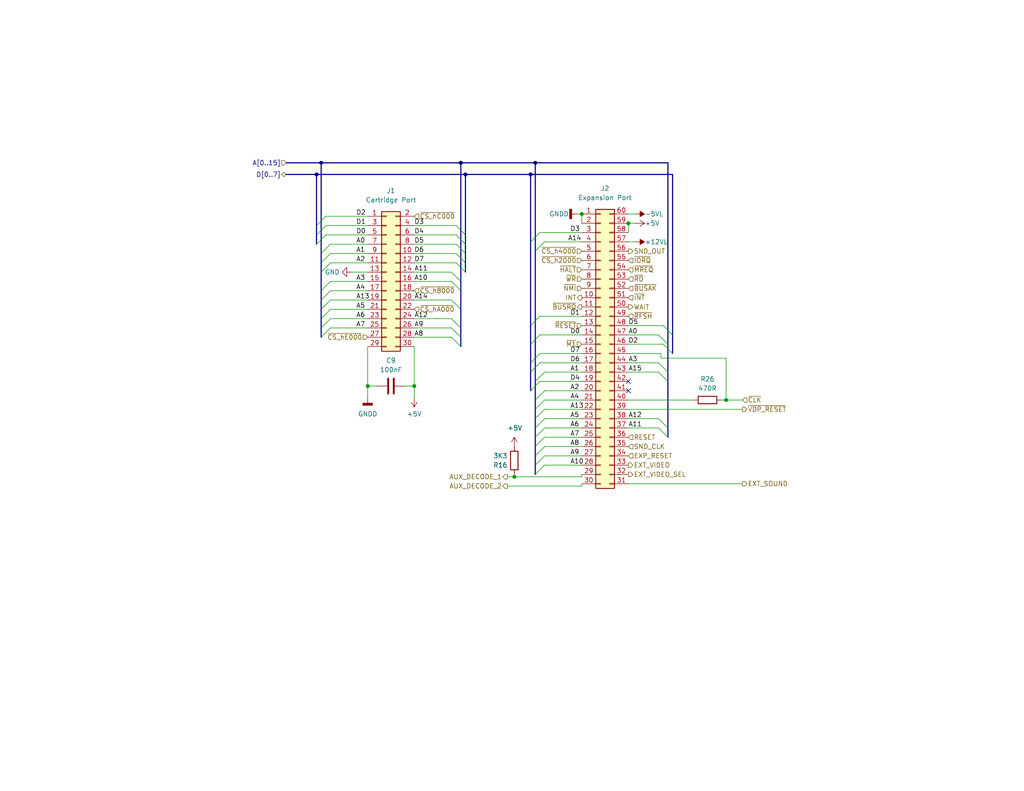
<source format=kicad_sch>
(kicad_sch (version 20230121) (generator eeschema)
  (paper "USLetter")
  (title_block (title "Righteous Tentacle, Colecovision Reverse Engineering Project") (date "2023-06-18") (rev "1.0.0.F") (company "sparkletron") (comment 1 "Jay Convertino") (comment 2 "MIT LICENSE") (comment 3 "PCB: 75743 REV F"))
  (lib_symbols
    (symbol "Connector_Generic:Conn_02x15_Odd_Even" (pin_names (offset 1.016) hide)
      (property "Reference" "J" (at 1.27 20.32 0))
      (property "Value" "Conn_02x15_Odd_Even" (at 1.27 -20.32 0))
      (symbol "Conn_02x15_Odd_Even_1_1"
        (rectangle (start -1.27 -17.653) (end 0 -17.907) (stroke (width 0.1524)))
        (rectangle (start -1.27 -15.113) (end 0 -15.367) (stroke (width 0.1524)))
        (rectangle (start -1.27 -12.573) (end 0 -12.827) (stroke (width 0.1524)))
        (rectangle (start -1.27 -10.033) (end 0 -10.287) (stroke (width 0.1524)))
        (rectangle (start -1.27 -7.493) (end 0 -7.747) (stroke (width 0.1524)))
        (rectangle (start -1.27 -4.953) (end 0 -5.207) (stroke (width 0.1524)))
        (rectangle (start -1.27 -2.413) (end 0 -2.667) (stroke (width 0.1524)))
        (rectangle (start -1.27 0.127) (end 0 -0.127) (stroke (width 0.1524)))
        (rectangle (start -1.27 2.667) (end 0 2.413) (stroke (width 0.1524)))
        (rectangle (start -1.27 5.207) (end 0 4.953) (stroke (width 0.1524)))
        (rectangle (start -1.27 7.747) (end 0 7.493) (stroke (width 0.1524)))
        (rectangle (start -1.27 10.287) (end 0 10.033) (stroke (width 0.1524)))
        (rectangle (start -1.27 12.827) (end 0 12.573) (stroke (width 0.1524)))
        (rectangle (start -1.27 15.367) (end 0 15.113) (stroke (width 0.1524)))
        (rectangle (start -1.27 17.907) (end 0 17.653) (stroke (width 0.1524)))
        (rectangle (start -1.27 19.05) (end 3.81 -19.05) (stroke (width 0.254)) (fill (type background)))
        (rectangle (start 3.81 -17.653) (end 2.54 -17.907) (stroke (width 0.1524)))
        (rectangle (start 3.81 -15.113) (end 2.54 -15.367) (stroke (width 0.1524)))
        (rectangle (start 3.81 -12.573) (end 2.54 -12.827) (stroke (width 0.1524)))
        (rectangle (start 3.81 -10.033) (end 2.54 -10.287) (stroke (width 0.1524)))
        (rectangle (start 3.81 -7.493) (end 2.54 -7.747) (stroke (width 0.1524)))
        (rectangle (start 3.81 -4.953) (end 2.54 -5.207) (stroke (width 0.1524)))
        (rectangle (start 3.81 -2.413) (end 2.54 -2.667) (stroke (width 0.1524)))
        (rectangle (start 3.81 0.127) (end 2.54 -0.127) (stroke (width 0.1524)))
        (rectangle (start 3.81 2.667) (end 2.54 2.413) (stroke (width 0.1524)))
        (rectangle (start 3.81 5.207) (end 2.54 4.953) (stroke (width 0.1524)))
        (rectangle (start 3.81 7.747) (end 2.54 7.493) (stroke (width 0.1524)))
        (rectangle (start 3.81 10.287) (end 2.54 10.033) (stroke (width 0.1524)))
        (rectangle (start 3.81 12.827) (end 2.54 12.573) (stroke (width 0.1524)))
        (rectangle (start 3.81 15.367) (end 2.54 15.113) (stroke (width 0.1524)))
        (rectangle (start 3.81 17.907) (end 2.54 17.653) (stroke (width 0.1524)))
        (pin passive line (at -5.08 17.78 0) (length 3.81) (name "Pin_1") (number "1"))
        (pin passive line (at 7.62 7.62 180) (length 3.81) (name "Pin_10") (number "10"))
        (pin passive line (at -5.08 5.08 0) (length 3.81) (name "Pin_11") (number "11"))
        (pin passive line (at 7.62 5.08 180) (length 3.81) (name "Pin_12") (number "12"))
        (pin passive line (at -5.08 2.54 0) (length 3.81) (name "Pin_13") (number "13"))
        (pin passive line (at 7.62 2.54 180) (length 3.81) (name "Pin_14") (number "14"))
        (pin passive line (at -5.08 0 0) (length 3.81) (name "Pin_15") (number "15"))
        (pin passive line (at 7.62 0 180) (length 3.81) (name "Pin_16") (number "16"))
        (pin passive line (at -5.08 -2.54 0) (length 3.81) (name "Pin_17") (number "17"))
        (pin passive line (at 7.62 -2.54 180) (length 3.81) (name "Pin_18") (number "18"))
        (pin passive line (at -5.08 -5.08 0) (length 3.81) (name "Pin_19") (number "19"))
        (pin passive line (at 7.62 17.78 180) (length 3.81) (name "Pin_2") (number "2"))
        (pin passive line (at 7.62 -5.08 180) (length 3.81) (name "Pin_20") (number "20"))
        (pin passive line (at -5.08 -7.62 0) (length 3.81) (name "Pin_21") (number "21"))
        (pin passive line (at 7.62 -7.62 180) (length 3.81) (name "Pin_22") (number "22"))
        (pin passive line (at -5.08 -10.16 0) (length 3.81) (name "Pin_23") (number "23"))
        (pin passive line (at 7.62 -10.16 180) (length 3.81) (name "Pin_24") (number "24"))
        (pin passive line (at -5.08 -12.7 0) (length 3.81) (name "Pin_25") (number "25"))
        (pin passive line (at 7.62 -12.7 180) (length 3.81) (name "Pin_26") (number "26"))
        (pin passive line (at -5.08 -15.24 0) (length 3.81) (name "Pin_27") (number "27"))
        (pin passive line (at 7.62 -15.24 180) (length 3.81) (name "Pin_28") (number "28"))
        (pin passive line (at -5.08 -17.78 0) (length 3.81) (name "Pin_29") (number "29"))
        (pin passive line (at -5.08 15.24 0) (length 3.81) (name "Pin_3") (number "3"))
        (pin passive line (at 7.62 -17.78 180) (length 3.81) (name "Pin_30") (number "30"))
        (pin passive line (at 7.62 15.24 180) (length 3.81) (name "Pin_4") (number "4"))
        (pin passive line (at -5.08 12.7 0) (length 3.81) (name "Pin_5") (number "5"))
        (pin passive line (at 7.62 12.7 180) (length 3.81) (name "Pin_6") (number "6"))
        (pin passive line (at -5.08 10.16 0) (length 3.81) (name "Pin_7") (number "7"))
        (pin passive line (at 7.62 10.16 180) (length 3.81) (name "Pin_8") (number "8"))
        (pin passive line (at -5.08 7.62 0) (length 3.81) (name "Pin_9") (number "9"))
      )
    )
    (symbol "Connector_Generic:Conn_02x30_Counter_Clockwise" (pin_names (offset 1.016) hide)
      (property "Reference" "J" (at 1.27 38.1 0))
      (property "Value" "Conn_02x30_Counter_Clockwise" (at 1.27 -40.64 0))
      (symbol "Conn_02x30_Counter_Clockwise_1_1"
        (rectangle (start -1.27 -37.973) (end 0 -38.227) (stroke (width 0.1524)))
        (rectangle (start -1.27 -35.433) (end 0 -35.687) (stroke (width 0.1524)))
        (rectangle (start -1.27 -32.893) (end 0 -33.147) (stroke (width 0.1524)))
        (rectangle (start -1.27 -30.353) (end 0 -30.607) (stroke (width 0.1524)))
        (rectangle (start -1.27 -27.813) (end 0 -28.067) (stroke (width 0.1524)))
        (rectangle (start -1.27 -25.273) (end 0 -25.527) (stroke (width 0.1524)))
        (rectangle (start -1.27 -22.733) (end 0 -22.987) (stroke (width 0.1524)))
        (rectangle (start -1.27 -20.193) (end 0 -20.447) (stroke (width 0.1524)))
        (rectangle (start -1.27 -17.653) (end 0 -17.907) (stroke (width 0.1524)))
        (rectangle (start -1.27 -15.113) (end 0 -15.367) (stroke (width 0.1524)))
        (rectangle (start -1.27 -12.573) (end 0 -12.827) (stroke (width 0.1524)))
        (rectangle (start -1.27 -10.033) (end 0 -10.287) (stroke (width 0.1524)))
        (rectangle (start -1.27 -7.493) (end 0 -7.747) (stroke (width 0.1524)))
        (rectangle (start -1.27 -4.953) (end 0 -5.207) (stroke (width 0.1524)))
        (rectangle (start -1.27 -2.413) (end 0 -2.667) (stroke (width 0.1524)))
        (rectangle (start -1.27 0.127) (end 0 -0.127) (stroke (width 0.1524)))
        (rectangle (start -1.27 2.667) (end 0 2.413) (stroke (width 0.1524)))
        (rectangle (start -1.27 5.207) (end 0 4.953) (stroke (width 0.1524)))
        (rectangle (start -1.27 7.747) (end 0 7.493) (stroke (width 0.1524)))
        (rectangle (start -1.27 10.287) (end 0 10.033) (stroke (width 0.1524)))
        (rectangle (start -1.27 12.827) (end 0 12.573) (stroke (width 0.1524)))
        (rectangle (start -1.27 15.367) (end 0 15.113) (stroke (width 0.1524)))
        (rectangle (start -1.27 17.907) (end 0 17.653) (stroke (width 0.1524)))
        (rectangle (start -1.27 20.447) (end 0 20.193) (stroke (width 0.1524)))
        (rectangle (start -1.27 22.987) (end 0 22.733) (stroke (width 0.1524)))
        (rectangle (start -1.27 25.527) (end 0 25.273) (stroke (width 0.1524)))
        (rectangle (start -1.27 28.067) (end 0 27.813) (stroke (width 0.1524)))
        (rectangle (start -1.27 30.607) (end 0 30.353) (stroke (width 0.1524)))
        (rectangle (start -1.27 33.147) (end 0 32.893) (stroke (width 0.1524)))
        (rectangle (start -1.27 35.687) (end 0 35.433) (stroke (width 0.1524)))
        (rectangle (start -1.27 36.83) (end 3.81 -39.37) (stroke (width 0.254)) (fill (type background)))
        (rectangle (start 3.81 -37.973) (end 2.54 -38.227) (stroke (width 0.1524)))
        (rectangle (start 3.81 -35.433) (end 2.54 -35.687) (stroke (width 0.1524)))
        (rectangle (start 3.81 -32.893) (end 2.54 -33.147) (stroke (width 0.1524)))
        (rectangle (start 3.81 -30.353) (end 2.54 -30.607) (stroke (width 0.1524)))
        (rectangle (start 3.81 -27.813) (end 2.54 -28.067) (stroke (width 0.1524)))
        (rectangle (start 3.81 -25.273) (end 2.54 -25.527) (stroke (width 0.1524)))
        (rectangle (start 3.81 -22.733) (end 2.54 -22.987) (stroke (width 0.1524)))
        (rectangle (start 3.81 -20.193) (end 2.54 -20.447) (stroke (width 0.1524)))
        (rectangle (start 3.81 -17.653) (end 2.54 -17.907) (stroke (width 0.1524)))
        (rectangle (start 3.81 -15.113) (end 2.54 -15.367) (stroke (width 0.1524)))
        (rectangle (start 3.81 -12.573) (end 2.54 -12.827) (stroke (width 0.1524)))
        (rectangle (start 3.81 -10.033) (end 2.54 -10.287) (stroke (width 0.1524)))
        (rectangle (start 3.81 -7.493) (end 2.54 -7.747) (stroke (width 0.1524)))
        (rectangle (start 3.81 -4.953) (end 2.54 -5.207) (stroke (width 0.1524)))
        (rectangle (start 3.81 -2.413) (end 2.54 -2.667) (stroke (width 0.1524)))
        (rectangle (start 3.81 0.127) (end 2.54 -0.127) (stroke (width 0.1524)))
        (rectangle (start 3.81 2.667) (end 2.54 2.413) (stroke (width 0.1524)))
        (rectangle (start 3.81 5.207) (end 2.54 4.953) (stroke (width 0.1524)))
        (rectangle (start 3.81 7.747) (end 2.54 7.493) (stroke (width 0.1524)))
        (rectangle (start 3.81 10.287) (end 2.54 10.033) (stroke (width 0.1524)))
        (rectangle (start 3.81 12.827) (end 2.54 12.573) (stroke (width 0.1524)))
        (rectangle (start 3.81 15.367) (end 2.54 15.113) (stroke (width 0.1524)))
        (rectangle (start 3.81 17.907) (end 2.54 17.653) (stroke (width 0.1524)))
        (rectangle (start 3.81 20.447) (end 2.54 20.193) (stroke (width 0.1524)))
        (rectangle (start 3.81 22.987) (end 2.54 22.733) (stroke (width 0.1524)))
        (rectangle (start 3.81 25.527) (end 2.54 25.273) (stroke (width 0.1524)))
        (rectangle (start 3.81 28.067) (end 2.54 27.813) (stroke (width 0.1524)))
        (rectangle (start 3.81 30.607) (end 2.54 30.353) (stroke (width 0.1524)))
        (rectangle (start 3.81 33.147) (end 2.54 32.893) (stroke (width 0.1524)))
        (rectangle (start 3.81 35.687) (end 2.54 35.433) (stroke (width 0.1524)))
        (pin passive line (at -5.08 35.56 0) (length 3.81) (name "Pin_1") (number "1"))
        (pin passive line (at -5.08 12.7 0) (length 3.81) (name "Pin_10") (number "10"))
        (pin passive line (at -5.08 10.16 0) (length 3.81) (name "Pin_11") (number "11"))
        (pin passive line (at -5.08 7.62 0) (length 3.81) (name "Pin_12") (number "12"))
        (pin passive line (at -5.08 5.08 0) (length 3.81) (name "Pin_13") (number "13"))
        (pin passive line (at -5.08 2.54 0) (length 3.81) (name "Pin_14") (number "14"))
        (pin passive line (at -5.08 0 0) (length 3.81) (name "Pin_15") (number "15"))
        (pin passive line (at -5.08 -2.54 0) (length 3.81) (name "Pin_16") (number "16"))
        (pin passive line (at -5.08 -5.08 0) (length 3.81) (name "Pin_17") (number "17"))
        (pin passive line (at -5.08 -7.62 0) (length 3.81) (name "Pin_18") (number "18"))
        (pin passive line (at -5.08 -10.16 0) (length 3.81) (name "Pin_19") (number "19"))
        (pin passive line (at -5.08 33.02 0) (length 3.81) (name "Pin_2") (number "2"))
        (pin passive line (at -5.08 -12.7 0) (length 3.81) (name "Pin_20") (number "20"))
        (pin passive line (at -5.08 -15.24 0) (length 3.81) (name "Pin_21") (number "21"))
        (pin passive line (at -5.08 -17.78 0) (length 3.81) (name "Pin_22") (number "22"))
        (pin passive line (at -5.08 -20.32 0) (length 3.81) (name "Pin_23") (number "23"))
        (pin passive line (at -5.08 -22.86 0) (length 3.81) (name "Pin_24") (number "24"))
        (pin passive line (at -5.08 -25.4 0) (length 3.81) (name "Pin_25") (number "25"))
        (pin passive line (at -5.08 -27.94 0) (length 3.81) (name "Pin_26") (number "26"))
        (pin passive line (at -5.08 -30.48 0) (length 3.81) (name "Pin_27") (number "27"))
        (pin passive line (at -5.08 -33.02 0) (length 3.81) (name "Pin_28") (number "28"))
        (pin passive line (at -5.08 -35.56 0) (length 3.81) (name "Pin_29") (number "29"))
        (pin passive line (at -5.08 30.48 0) (length 3.81) (name "Pin_3") (number "3"))
        (pin passive line (at -5.08 -38.1 0) (length 3.81) (name "Pin_30") (number "30"))
        (pin passive line (at 7.62 -38.1 180) (length 3.81) (name "Pin_31") (number "31"))
        (pin passive line (at 7.62 -35.56 180) (length 3.81) (name "Pin_32") (number "32"))
        (pin passive line (at 7.62 -33.02 180) (length 3.81) (name "Pin_33") (number "33"))
        (pin passive line (at 7.62 -30.48 180) (length 3.81) (name "Pin_34") (number "34"))
        (pin passive line (at 7.62 -27.94 180) (length 3.81) (name "Pin_35") (number "35"))
        (pin passive line (at 7.62 -25.4 180) (length 3.81) (name "Pin_36") (number "36"))
        (pin passive line (at 7.62 -22.86 180) (length 3.81) (name "Pin_37") (number "37"))
        (pin passive line (at 7.62 -20.32 180) (length 3.81) (name "Pin_38") (number "38"))
        (pin passive line (at 7.62 -17.78 180) (length 3.81) (name "Pin_39") (number "39"))
        (pin passive line (at -5.08 27.94 0) (length 3.81) (name "Pin_4") (number "4"))
        (pin passive line (at 7.62 -15.24 180) (length 3.81) (name "Pin_40") (number "40"))
        (pin passive line (at 7.62 -12.7 180) (length 3.81) (name "Pin_41") (number "41"))
        (pin passive line (at 7.62 -10.16 180) (length 3.81) (name "Pin_42") (number "42"))
        (pin passive line (at 7.62 -7.62 180) (length 3.81) (name "Pin_43") (number "43"))
        (pin passive line (at 7.62 -5.08 180) (length 3.81) (name "Pin_44") (number "44"))
        (pin passive line (at 7.62 -2.54 180) (length 3.81) (name "Pin_45") (number "45"))
        (pin passive line (at 7.62 0 180) (length 3.81) (name "Pin_46") (number "46"))
        (pin passive line (at 7.62 2.54 180) (length 3.81) (name "Pin_47") (number "47"))
        (pin passive line (at 7.62 5.08 180) (length 3.81) (name "Pin_48") (number "48"))
        (pin passive line (at 7.62 7.62 180) (length 3.81) (name "Pin_49") (number "49"))
        (pin passive line (at -5.08 25.4 0) (length 3.81) (name "Pin_5") (number "5"))
        (pin passive line (at 7.62 10.16 180) (length 3.81) (name "Pin_50") (number "50"))
        (pin passive line (at 7.62 12.7 180) (length 3.81) (name "Pin_51") (number "51"))
        (pin passive line (at 7.62 15.24 180) (length 3.81) (name "Pin_52") (number "52"))
        (pin passive line (at 7.62 17.78 180) (length 3.81) (name "Pin_53") (number "53"))
        (pin passive line (at 7.62 20.32 180) (length 3.81) (name "Pin_54") (number "54"))
        (pin passive line (at 7.62 22.86 180) (length 3.81) (name "Pin_55") (number "55"))
        (pin passive line (at 7.62 25.4 180) (length 3.81) (name "Pin_56") (number "56"))
        (pin passive line (at 7.62 27.94 180) (length 3.81) (name "Pin_57") (number "57"))
        (pin passive line (at 7.62 30.48 180) (length 3.81) (name "Pin_58") (number "58"))
        (pin passive line (at 7.62 33.02 180) (length 3.81) (name "Pin_59") (number "59"))
        (pin passive line (at -5.08 22.86 0) (length 3.81) (name "Pin_6") (number "6"))
        (pin passive line (at 7.62 35.56 180) (length 3.81) (name "Pin_60") (number "60"))
        (pin passive line (at -5.08 20.32 0) (length 3.81) (name "Pin_7") (number "7"))
        (pin passive line (at -5.08 17.78 0) (length 3.81) (name "Pin_8") (number "8"))
        (pin passive line (at -5.08 15.24 0) (length 3.81) (name "Pin_9") (number "9"))
      )
    )
    (symbol "Device:C" (pin_numbers hide) (pin_names (offset 0.254))
      (property "Reference" "C" (at 0.635 2.54 0))
      (property "Value" "C" (at 0.635 -2.54 0))
      (symbol "C_0_1"
        (polyline (pts (xy -2.032 -0.762) (xy 2.032 -0.762)) (stroke (width 0.508)))
        (polyline (pts (xy -2.032 0.762) (xy 2.032 0.762)) (stroke (width 0.508)))
      )
      (symbol "C_1_1"
        (pin passive line (at 0 3.81 270) (length 2.794) (name "~") (number "1"))
        (pin passive line (at 0 -3.81 90) (length 2.794) (name "~") (number "2"))
      )
    )
    (symbol "Device:R" (pin_numbers hide) (pin_names (offset 0))
      (property "Reference" "R" (at 2.032 0 90))
      (property "Value" "R" (at 0 0 90))
      (symbol "R_0_1"
        (rectangle (start -1.016 -2.54) (end 1.016 2.54) (stroke (width 0.254)))
      )
      (symbol "R_1_1"
        (pin passive line (at 0 3.81 270) (length 1.27) (name "~") (number "1"))
        (pin passive line (at 0 -3.81 90) (length 1.27) (name "~") (number "2"))
      )
    )
    (symbol "Power_Symbols:+12VL" (power) (pin_names (offset 0))
      (property "Value" "+12VL" (at 0 3.81 0))
      (symbol "+12VL_0_0"
        (pin power_in line (at 0 0 90) (length 0) hide (name "+12VL") (number "1"))
      )
      (symbol "+12VL_0_1"
        (polyline (pts (xy 0 0) (xy 0 1.27) (xy 0.762 1.27) (xy 0 2.54) (xy -0.762 1.27) (xy 0 1.27)) (fill (type outline)))
      )
    )
    (symbol "Power_Symbols:-5VL" (power) (pin_names (offset 0))
      (property "Value" "-5VL" (at 0 3.81 0))
      (symbol "-5VL_0_0"
        (pin power_in line (at 0 0 90) (length 0) hide (name "-5VL") (number "1"))
      )
      (symbol "-5VL_0_1"
        (polyline (pts (xy 0 0) (xy 0 1.27) (xy 0.762 1.27) (xy 0 2.54) (xy -0.762 1.27) (xy 0 1.27)) (fill (type outline)))
      )
    )
    (symbol "power:+5V" (power) (pin_names (offset 0))
      (property "Value" "+5V" (at 0 3.556 0))
      (symbol "+5V_0_1"
        (polyline (pts (xy -0.762 1.27) (xy 0 2.54)))
        (polyline (pts (xy 0 0) (xy 0 2.54)))
        (polyline (pts (xy 0 2.54) (xy 0.762 1.27)))
      )
      (symbol "+5V_1_1"
        (pin power_in line (at 0 0 90) (length 0) hide (name "+5V") (number "1"))
      )
    )
    (symbol "power:GND" (power) (pin_names (offset 0))
      (property "Value" "GND" (at 0 -3.81 0))
      (symbol "GND_0_1"
        (polyline (pts (xy 0 0) (xy 0 -1.27) (xy 1.27 -1.27) (xy 0 -2.54) (xy -1.27 -1.27) (xy 0 -1.27)))
      )
      (symbol "GND_1_1"
        (pin power_in line (at 0 0 270) (length 0) hide (name "GND") (number "1"))
      )
    )
    (symbol "power:GNDD" (power) (pin_names (offset 0))
      (property "Value" "GNDD" (at 0 -3.175 0))
      (symbol "GNDD_0_1"
        (rectangle (start -1.27 -1.524) (end 1.27 -2.032) (stroke (width 0.254)) (fill (type outline)))
        (polyline (pts (xy 0 0) (xy 0 -1.524)))
      )
      (symbol "GNDD_1_1"
        (pin power_in line (at 0 0 270) (length 0) hide (name "GNDD") (number "1"))
      )
    )
  )
  (junction (at 198.12 109.22))
  (junction (at 171.45 60.96))
  (junction (at 144.78 47.625))
  (junction (at 113.03 105.41))
  (junction (at 100.33 105.41))
  (junction (at 140.335 130.175))
  (junction (at 158.75 58.42))
  (junction (at 87.63 44.45))
  (junction (at 127 47.625))
  (junction (at 146.05 44.45))
  (junction (at 86.36 47.625))
  (junction (at 125.73 44.45))
  (no_connect (at 171.45 104.14))
  (no_connect (at 171.45 106.68))
  (bus_entry (at 86.36 66.675) (size 2.54 -2.54))
  (bus_entry (at 180.975 88.9) (size 2.54 2.54))
  (bus_entry (at 147.32 91.44) (size -2.54 2.54))
  (bus_entry (at 146.05 104.14) (size 2.54 -2.54))
  (bus_entry (at 146.05 127) (size 2.54 -2.54))
  (bus_entry (at 87.63 79.375) (size 2.54 -2.54))
  (bus_entry (at 180.975 93.98) (size 2.54 2.54))
  (bus_entry (at 179.705 99.06) (size 2.54 2.54))
  (bus_entry (at 124.46 61.595) (size 2.54 2.54))
  (bus_entry (at 123.19 76.835) (size 2.54 2.54))
  (bus_entry (at 87.63 69.215) (size 2.54 -2.54))
  (bus_entry (at 144.78 101.6) (size 2.54 -2.54))
  (bus_entry (at 86.36 61.595) (size 2.54 -2.54))
  (bus_entry (at 146.05 121.92) (size 2.54 -2.54))
  (bus_entry (at 146.05 124.46) (size 2.54 -2.54))
  (bus_entry (at 87.63 74.295) (size 2.54 -2.54))
  (bus_entry (at 124.46 64.135) (size 2.54 2.54))
  (bus_entry (at 146.05 114.3) (size 2.54 -2.54))
  (bus_entry (at 179.705 114.3) (size 2.54 2.54))
  (bus_entry (at 87.63 86.995) (size 2.54 -2.54))
  (bus_entry (at 123.19 74.295) (size 2.54 2.54))
  (bus_entry (at 146.05 116.84) (size 2.54 -2.54))
  (bus_entry (at 144.78 66.04) (size 2.54 -2.54))
  (bus_entry (at 179.705 91.44) (size 2.54 2.54))
  (bus_entry (at 123.19 92.075) (size 2.54 2.54))
  (bus_entry (at 179.705 101.6) (size 2.54 2.54))
  (bus_entry (at 124.46 66.675) (size 2.54 2.54))
  (bus_entry (at 123.19 86.995) (size 2.54 2.54))
  (bus_entry (at 124.46 71.755) (size 2.54 2.54))
  (bus_entry (at 87.63 81.915) (size 2.54 -2.54))
  (bus_entry (at 123.19 81.915) (size 2.54 2.54))
  (bus_entry (at 144.78 99.06) (size 2.54 -2.54))
  (bus_entry (at 87.63 84.455) (size 2.54 -2.54))
  (bus_entry (at 144.78 88.9) (size 2.54 -2.54))
  (bus_entry (at 146.05 109.22) (size 2.54 -2.54))
  (bus_entry (at 87.63 71.755) (size 2.54 -2.54))
  (bus_entry (at 146.05 111.76) (size 2.54 -2.54))
  (bus_entry (at 146.05 129.54) (size 2.54 -2.54))
  (bus_entry (at 146.05 119.38) (size 2.54 -2.54))
  (bus_entry (at 124.46 69.215) (size 2.54 2.54))
  (bus_entry (at 144.78 106.68) (size 2.54 -2.54))
  (bus_entry (at 123.19 89.535) (size 2.54 2.54))
  (bus_entry (at 179.705 116.84) (size 2.54 2.54))
  (bus_entry (at 86.36 64.135) (size 2.54 -2.54))
  (bus_entry (at 87.63 89.535) (size 2.54 -2.54))
  (bus_entry (at 146.05 68.58) (size 2.54 -2.54))
  (bus_entry (at 87.63 92.075) (size 2.54 -2.54))
  (wire (pts (xy 148.59 66.04) (xy 158.75 66.04)))
  (bus (pts (xy 144.78 99.06) (xy 144.78 101.6)))
  (bus (pts (xy 125.73 84.455) (xy 125.73 89.535)))
  (wire (pts (xy 147.32 99.06) (xy 158.75 99.06)))
  (bus (pts (xy 87.63 86.995) (xy 87.63 89.535)))
  (bus (pts (xy 87.63 84.455) (xy 87.63 86.995)))
  (wire (pts (xy 158.75 129.54) (xy 158.75 130.175)))
  (wire (pts (xy 90.17 69.215) (xy 100.33 69.215)))
  (wire (pts (xy 148.59 109.22) (xy 158.75 109.22)))
  (bus (pts (xy 78.105 47.625) (xy 86.36 47.625)))
  (bus (pts (xy 86.36 47.625) (xy 127 47.625)))
  (bus (pts (xy 144.78 47.625) (xy 144.78 66.04)))
  (wire (pts (xy 148.59 121.92) (xy 158.75 121.92)))
  (wire (pts (xy 173.355 66.04) (xy 171.45 66.04)))
  (wire (pts (xy 147.32 63.5) (xy 158.75 63.5)))
  (bus (pts (xy 146.05 44.45) (xy 182.245 44.45)))
  (bus (pts (xy 182.245 116.84) (xy 182.245 119.38)))
  (bus (pts (xy 144.78 93.98) (xy 144.78 99.06)))
  (bus (pts (xy 127 64.135) (xy 127 66.675)))
  (bus (pts (xy 182.245 101.6) (xy 182.245 104.14)))
  (bus (pts (xy 146.05 124.46) (xy 146.05 127)))
  (bus (pts (xy 146.05 116.84) (xy 146.05 119.38)))
  (wire (pts (xy 147.32 91.44) (xy 158.75 91.44)))
  (wire (pts (xy 171.45 60.96) (xy 171.45 63.5)))
  (wire (pts (xy 113.03 89.535) (xy 123.19 89.535)))
  (bus (pts (xy 125.73 44.45) (xy 125.73 76.835)))
  (wire (pts (xy 171.45 96.52) (xy 180.34 96.52)))
  (wire (pts (xy 113.03 71.755) (xy 124.46 71.755)))
  (wire (pts (xy 147.32 96.52) (xy 158.75 96.52)))
  (bus (pts (xy 125.73 89.535) (xy 125.73 92.075)))
  (wire (pts (xy 147.32 104.14) (xy 158.75 104.14)))
  (wire (pts (xy 100.33 105.41) (xy 100.33 94.615)))
  (bus (pts (xy 86.36 64.135) (xy 86.36 66.675)))
  (wire (pts (xy 113.03 81.915) (xy 123.19 81.915)))
  (wire (pts (xy 90.17 84.455) (xy 100.33 84.455)))
  (bus (pts (xy 87.63 79.375) (xy 87.63 81.915)))
  (wire (pts (xy 171.45 101.6) (xy 179.705 101.6)))
  (bus (pts (xy 86.36 61.595) (xy 86.36 64.135)))
  (bus (pts (xy 182.245 44.45) (xy 182.245 93.98)))
  (bus (pts (xy 87.63 71.755) (xy 87.63 74.295)))
  (bus (pts (xy 144.78 47.625) (xy 183.515 47.625)))
  (wire (pts (xy 88.9 59.055) (xy 100.33 59.055)))
  (wire (pts (xy 148.59 119.38) (xy 158.75 119.38)))
  (wire (pts (xy 138.43 132.715) (xy 158.75 132.715)))
  (bus (pts (xy 144.78 101.6) (xy 144.78 106.68)))
  (wire (pts (xy 198.12 109.22) (xy 198.12 97.79)))
  (bus (pts (xy 127 47.625) (xy 127 64.135)))
  (wire (pts (xy 113.03 76.835) (xy 123.19 76.835)))
  (wire (pts (xy 198.12 109.22) (xy 202.565 109.22)))
  (bus (pts (xy 78.105 44.45) (xy 87.63 44.45)))
  (wire (pts (xy 113.03 108.585) (xy 113.03 105.41)))
  (wire (pts (xy 171.45 109.22) (xy 189.23 109.22)))
  (wire (pts (xy 202.565 111.76) (xy 171.45 111.76)))
  (wire (pts (xy 90.17 71.755) (xy 100.33 71.755)))
  (bus (pts (xy 146.05 119.38) (xy 146.05 121.92)))
  (wire (pts (xy 100.33 105.41) (xy 102.87 105.41)))
  (wire (pts (xy 180.34 96.52) (xy 180.34 97.79)))
  (bus (pts (xy 125.73 79.375) (xy 125.73 84.455)))
  (bus (pts (xy 87.63 44.45) (xy 87.63 69.215)))
  (wire (pts (xy 88.9 64.135) (xy 100.33 64.135)))
  (wire (pts (xy 100.33 108.585) (xy 100.33 105.41)))
  (bus (pts (xy 144.78 88.9) (xy 144.78 93.98)))
  (wire (pts (xy 113.03 69.215) (xy 124.46 69.215)))
  (bus (pts (xy 146.05 127) (xy 146.05 129.54)))
  (bus (pts (xy 183.515 47.625) (xy 183.515 91.44)))
  (bus (pts (xy 87.63 69.215) (xy 87.63 71.755)))
  (bus (pts (xy 125.73 44.45) (xy 146.05 44.45)))
  (bus (pts (xy 125.73 92.075) (xy 125.73 94.615)))
  (wire (pts (xy 171.45 99.06) (xy 179.705 99.06)))
  (bus (pts (xy 127 66.675) (xy 127 69.215)))
  (bus (pts (xy 87.63 74.295) (xy 87.63 79.375)))
  (wire (pts (xy 90.17 86.995) (xy 100.33 86.995)))
  (wire (pts (xy 196.85 109.22) (xy 198.12 109.22)))
  (wire (pts (xy 148.59 106.68) (xy 158.75 106.68)))
  (wire (pts (xy 100.33 74.295) (xy 95.885 74.295)))
  (wire (pts (xy 90.17 76.835) (xy 100.33 76.835)))
  (wire (pts (xy 110.49 105.41) (xy 113.03 105.41)))
  (bus (pts (xy 182.245 104.14) (xy 182.245 116.84)))
  (wire (pts (xy 113.03 105.41) (xy 113.03 94.615)))
  (bus (pts (xy 182.245 93.98) (xy 182.245 101.6)))
  (wire (pts (xy 148.59 127) (xy 158.75 127)))
  (bus (pts (xy 144.78 66.04) (xy 144.78 88.9)))
  (bus (pts (xy 146.05 68.58) (xy 146.05 104.14)))
  (wire (pts (xy 148.59 101.6) (xy 158.75 101.6)))
  (wire (pts (xy 90.17 66.675) (xy 100.33 66.675)))
  (bus (pts (xy 146.05 121.92) (xy 146.05 124.46)))
  (wire (pts (xy 148.59 124.46) (xy 158.75 124.46)))
  (wire (pts (xy 171.45 88.9) (xy 180.975 88.9)))
  (wire (pts (xy 113.03 74.295) (xy 123.19 74.295)))
  (wire (pts (xy 90.17 81.915) (xy 100.33 81.915)))
  (wire (pts (xy 148.59 114.3) (xy 158.75 114.3)))
  (wire (pts (xy 113.03 61.595) (xy 124.46 61.595)))
  (bus (pts (xy 146.05 104.14) (xy 146.05 109.22)))
  (wire (pts (xy 171.45 91.44) (xy 179.705 91.44)))
  (wire (pts (xy 140.335 129.54) (xy 140.335 130.175)))
  (wire (pts (xy 180.34 97.79) (xy 198.12 97.79)))
  (wire (pts (xy 171.45 114.3) (xy 179.705 114.3)))
  (bus (pts (xy 87.63 44.45) (xy 125.73 44.45)))
  (wire (pts (xy 113.03 92.075) (xy 123.19 92.075)))
  (wire (pts (xy 113.03 64.135) (xy 124.46 64.135)))
  (wire (pts (xy 157.48 58.42) (xy 158.75 58.42)))
  (wire (pts (xy 171.45 58.42) (xy 173.355 58.42)))
  (bus (pts (xy 146.05 114.3) (xy 146.05 116.84)))
  (bus (pts (xy 127 71.755) (xy 127 74.295)))
  (wire (pts (xy 148.59 116.84) (xy 158.75 116.84)))
  (wire (pts (xy 140.335 130.175) (xy 158.75 130.175)))
  (bus (pts (xy 146.05 109.22) (xy 146.05 111.76)))
  (wire (pts (xy 171.45 116.84) (xy 179.705 116.84)))
  (wire (pts (xy 138.43 130.175) (xy 140.335 130.175)))
  (bus (pts (xy 87.63 89.535) (xy 87.63 92.075)))
  (wire (pts (xy 88.9 61.595) (xy 100.33 61.595)))
  (bus (pts (xy 183.515 91.44) (xy 183.515 96.52)))
  (wire (pts (xy 147.32 86.36) (xy 158.75 86.36)))
  (wire (pts (xy 148.59 111.76) (xy 158.75 111.76)))
  (bus (pts (xy 146.05 44.45) (xy 146.05 68.58)))
  (wire (pts (xy 113.03 86.995) (xy 123.19 86.995)))
  (wire (pts (xy 158.75 58.42) (xy 158.75 60.96)))
  (wire (pts (xy 171.45 93.98) (xy 180.975 93.98)))
  (wire (pts (xy 171.45 60.96) (xy 173.355 60.96)))
  (bus (pts (xy 127 47.625) (xy 144.78 47.625)))
  (wire (pts (xy 90.17 89.535) (xy 100.33 89.535)))
  (bus (pts (xy 86.36 47.625) (xy 86.36 61.595)))
  (bus (pts (xy 87.63 81.915) (xy 87.63 84.455)))
  (bus (pts (xy 125.73 76.835) (xy 125.73 79.375)))
  (wire (pts (xy 171.45 132.08) (xy 202.565 132.08)))
  (wire (pts (xy 90.17 79.375) (xy 100.33 79.375)))
  (wire (pts (xy 113.03 66.675) (xy 124.46 66.675)))
  (wire (pts (xy 158.75 132.715) (xy 158.75 132.08)))
  (bus (pts (xy 127 69.215) (xy 127 71.755)))
  (bus (pts (xy 146.05 111.76) (xy 146.05 114.3)))
  (label "A9" (at 113.03 89.535 0))
  (label "A8" (at 155.575 121.92 0))
  (label "A4" (at 155.575 109.22 0))
  (label "A4" (at 97.155 79.375 0))
  (label "A0" (at 171.45 91.44 0))
  (label "D2" (at 171.45 93.98 0))
  (label "A6" (at 97.155 86.995 0))
  (label "A8" (at 113.03 92.075 0))
  (label "A10" (at 155.575 127 0))
  (label "A3" (at 97.155 76.835 0))
  (label "A5" (at 97.155 84.455 0))
  (label "A6" (at 155.575 116.84 0))
  (label "A11" (at 171.45 116.84 0))
  (label "D2" (at 97.155 59.055 0))
  (label "A12" (at 171.45 114.3 0))
  (label "A7" (at 97.155 89.535 0))
  (label "D7" (at 113.03 71.755 0))
  (label "D4" (at 155.575 104.14 0))
  (label "D0" (at 155.575 91.44 0))
  (label "D1" (at 97.155 61.595 0))
  (label "A14" (at 154.94 66.04 0))
  (label "D4" (at 113.03 64.135 0))
  (label "D5" (at 113.03 66.675 0))
  (label "D0" (at 97.155 64.135 0))
  (label "A1" (at 97.155 69.215 0))
  (label "A15" (at 171.45 101.6 0))
  (label "A13" (at 155.575 111.76 0))
  (label "A11" (at 113.03 74.295 0))
  (label "D7" (at 155.575 96.52 0))
  (label "A9" (at 155.575 124.46 0))
  (label "D3" (at 113.03 61.595 0))
  (label "A14" (at 113.03 81.915 0))
  (label "D6" (at 155.575 99.06 0))
  (label "A10" (at 113.03 76.835 0))
  (label "A2" (at 97.155 71.755 0))
  (label "D6" (at 113.03 69.215 0))
  (label "A2" (at 155.575 106.68 0))
  (label "A12" (at 113.03 86.995 0))
  (label "A13" (at 97.155 81.915 0))
  (label "A0" (at 97.155 66.675 0))
  (label "D3" (at 155.575 63.5 0))
  (label "A5" (at 155.575 114.3 0))
  (label "A7" (at 155.575 119.38 0))
  (label "D5" (at 171.45 88.9 0))
  (label "D1" (at 155.575 86.36 0))
  (label "A1" (at 155.575 101.6 0))
  (label "A3" (at 171.45 99.06 0))
  (hierarchical_label "AUX_DECODE_2" (shape output) (at 138.43 132.715 180))
  (hierarchical_label "WAIT" (shape output) (at 171.45 83.82 0))
  (hierarchical_label "~{RESET}" (shape input) (at 158.75 88.9 180))
  (hierarchical_label "D[0..7]" (shape bidirectional) (at 78.105 47.625 180))
  (hierarchical_label "EXT_VIDEO_SEL" (shape output) (at 171.45 129.54 0))
  (hierarchical_label "~{NMI}" (shape input) (at 158.75 78.74 180))
  (hierarchical_label "~{CS_h4000}" (shape input) (at 158.75 68.58 180))
  (hierarchical_label "~{CS_hE000}" (shape input) (at 100.33 92.075 180))
  (hierarchical_label "~{BUSRQ}" (shape output) (at 158.75 83.82 180))
  (hierarchical_label "~{MREQ}" (shape input) (at 171.45 73.66 0))
  (hierarchical_label "~{WR}" (shape input) (at 158.75 76.2 180))
  (hierarchical_label "~{RFSH}" (shape input) (at 171.45 86.36 0))
  (hierarchical_label "~{CS_hA000}" (shape input) (at 113.03 84.455 0))
  (hierarchical_label "RESET" (shape input) (at 171.45 119.38 0))
  (hierarchical_label "~{RD}" (shape input) (at 171.45 76.2 0))
  (hierarchical_label "~{INT}" (shape input) (at 171.45 81.28 0))
  (hierarchical_label "~{CS_h2000}" (shape input) (at 158.75 71.12 180))
  (hierarchical_label "EXT_SOUND" (shape output) (at 202.565 132.08 0))
  (hierarchical_label "INT" (shape output) (at 158.75 81.28 180))
  (hierarchical_label "AUX_DECODE_1" (shape output) (at 138.43 130.175 180))
  (hierarchical_label "~{VDP_RESET}" (shape output) (at 202.565 111.76 0))
  (hierarchical_label "~{HALT}" (shape input) (at 158.75 73.66 180))
  (hierarchical_label "~{IORQ}" (shape input) (at 171.45 71.12 0))
  (hierarchical_label "~{M1}" (shape input) (at 158.75 93.98 180))
  (hierarchical_label "~{CS_hC000}" (shape input) (at 113.03 59.055 0))
  (hierarchical_label "SND_OUT" (shape output) (at 171.45 68.58 0))
  (hierarchical_label "~{BUSAK}" (shape input) (at 171.45 78.74 0))
  (hierarchical_label "A[0..15]" (shape input) (at 78.105 44.45 180))
  (hierarchical_label "EXP_RESET" (shape input) (at 171.45 124.46 0))
  (hierarchical_label "~{CS_h8000}" (shape input) (at 113.03 79.375 0))
  (hierarchical_label "SND_CLK" (shape input) (at 171.45 121.92 0))
  (hierarchical_label "~{CLK}" (shape input) (at 202.565 109.22 0))
  (hierarchical_label "EXT_VIDEO" (shape output) (at 171.45 127 0))
  (symbol (lib_id "Connector_Generic:Conn_02x15_Odd_Even") (at 105.41 76.835 0) (unit 1)
    (property "Reference" "J1" (at 106.68 52.07 0))
    (property "Value" "Cartridge Port" (at 106.68 54.61 0))
    (property "Footprint" "TE_5530841-2:55308412_coleco" (effects hide))
  )
  (symbol (lib_id "power:+5V") (at 140.335 121.92 0) (mirror y) (unit 1)
    (property "Reference" "#PWR0201" (effects hide))
    (property "Value" "+5V" (at 138.43 116.84 0) (effects (justify right)))
  )
  (symbol (lib_id "Device:R") (at 193.04 109.22 90) (unit 1)
    (property "Reference" "R26" (at 193.04 103.505 90))
    (property "Value" "470R" (at 193.04 106.045 90))
    (property "Footprint" "Resistor_THT:R_Axial_DIN0207_L6.3mm_D2.5mm_P10.16mm_Horizontal" (effects hide))
  )
  (symbol (lib_id "power:+5V") (at 173.355 60.96 270) (unit 1)
    (property "Reference" "#PWR0204" (effects hide))
    (property "Value" "+5V" (at 175.895 60.96 90) (effects (justify left)))
  )
  (symbol (lib_id "Connector_Generic:Conn_02x30_Counter_Clockwise") (at 163.83 93.98 0) (unit 1)
    (property "Reference" "J2" (at 165.1 51.435 0))
    (property "Value" "Expansion Port" (at 165.1 53.975 0))
    (property "Footprint" "Connector_PCBEdge_EXT:Colecovision_Expansion" (effects hide))
  )
  (symbol (lib_id "Device:R") (at 140.335 125.73 0) (mirror y) (unit 1)
    (property "Reference" "R16" (at 136.525 127 0))
    (property "Value" "3K3" (at 136.525 124.46 0))
    (property "Footprint" "Resistor_THT:R_Axial_DIN0207_L6.3mm_D2.5mm_P10.16mm_Horizontal" (effects hide))
  )
  (symbol (lib_id "Device:C") (at 106.68 105.41 270) (unit 1)
    (property "Reference" "C9" (at 106.68 98.425 90))
    (property "Value" "100nF" (at 106.68 100.965 90))
    (property "Footprint" "Capacitor_THT:C_Disc_D7.0mm_W2.5mm_P5.00mm" (effects hide))
  )
  (symbol (lib_id "Power_Symbols:-5VL") (at 173.355 58.42 270) (unit 1)
    (property "Reference" "#PWR0203" (effects hide))
    (property "Value" "-5VL" (at 175.895 58.42 90) (effects (justify left)))
  )
  (symbol (lib_id "power:+5V") (at 113.03 108.585 180) (unit 1)
    (property "Reference" "#PWR0200" (effects hide))
    (property "Value" "+5V" (at 113.03 113.03 0))
  )
  (symbol (lib_id "power:GNDD") (at 157.48 58.42 270) (unit 1)
    (property "Reference" "#PWR0202" (effects hide))
    (property "Value" "GNDD" (at 149.86 58.42 90) (effects (justify left)))
  )
  (symbol (lib_id "Power_Symbols:+12VL") (at 173.355 66.04 270) (unit 1)
    (property "Reference" "#PWR0205" (effects hide))
    (property "Value" "+12VL" (at 175.895 66.04 90) (effects (justify left)))
  )
  (symbol (lib_id "power:GND") (at 95.885 74.295 270) (unit 1)
    (property "Reference" "#PWR0198" (effects hide))
    (property "Value" "GND" (at 92.71 74.295 90) (effects (justify right)))
  )
  (symbol (lib_id "power:GNDD") (at 100.33 108.585 0) (unit 1)
    (property "Reference" "#PWR0199" (effects hide))
    (property "Value" "GNDD" (at 100.33 113.03 0))
  )
)
</source>
